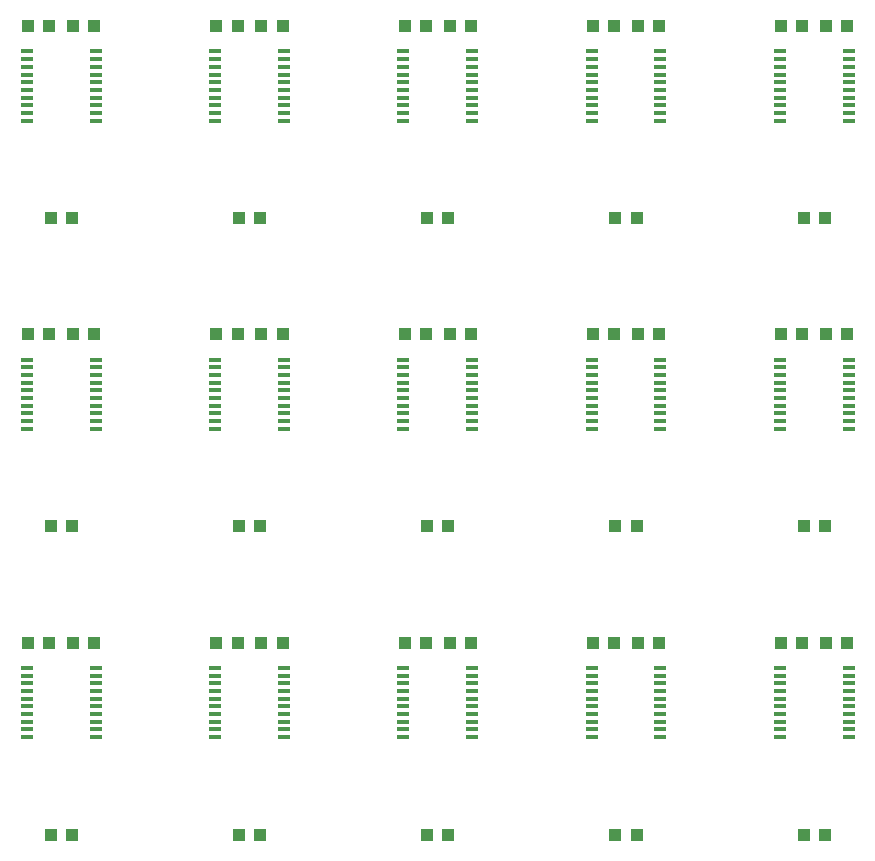
<source format=gtp>
G75*
%MOIN*%
%OFA0B0*%
%FSLAX24Y24*%
%IPPOS*%
%LPD*%
%AMOC8*
5,1,8,0,0,1.08239X$1,22.5*
%
%ADD10R,0.0390X0.0120*%
%ADD11R,0.0433X0.0394*%
D10*
X004594Y011182D03*
X004594Y011438D03*
X004594Y011694D03*
X004594Y011949D03*
X004594Y012205D03*
X004594Y012461D03*
X004594Y012717D03*
X004594Y012973D03*
X004594Y013229D03*
X004594Y013485D03*
X006892Y013485D03*
X006892Y013229D03*
X006892Y012973D03*
X006892Y012717D03*
X006892Y012461D03*
X006892Y012205D03*
X006892Y011949D03*
X006892Y011694D03*
X006892Y011438D03*
X006892Y011182D03*
X010870Y011182D03*
X010870Y011438D03*
X010870Y011694D03*
X010870Y011949D03*
X010870Y012205D03*
X010870Y012461D03*
X010870Y012717D03*
X010870Y012973D03*
X010870Y013229D03*
X010870Y013485D03*
X013167Y013485D03*
X013167Y013229D03*
X013167Y012973D03*
X013167Y012717D03*
X013167Y012461D03*
X013167Y012205D03*
X013167Y011949D03*
X013167Y011694D03*
X013167Y011438D03*
X013167Y011182D03*
X017145Y011182D03*
X017145Y011438D03*
X017145Y011694D03*
X017145Y011949D03*
X017145Y012205D03*
X017145Y012461D03*
X017145Y012717D03*
X017145Y012973D03*
X017145Y013229D03*
X017145Y013485D03*
X019443Y013485D03*
X019443Y013229D03*
X019443Y012973D03*
X019443Y012717D03*
X019443Y012461D03*
X019443Y012205D03*
X019443Y011949D03*
X019443Y011694D03*
X019443Y011438D03*
X019443Y011182D03*
X023421Y011182D03*
X023421Y011438D03*
X023421Y011694D03*
X023421Y011949D03*
X023421Y012205D03*
X023421Y012461D03*
X023421Y012717D03*
X023421Y012973D03*
X023421Y013229D03*
X023421Y013485D03*
X025718Y013485D03*
X025718Y013229D03*
X025718Y012973D03*
X025718Y012717D03*
X025718Y012461D03*
X025718Y012205D03*
X025718Y011949D03*
X025718Y011694D03*
X025718Y011438D03*
X025718Y011182D03*
X029696Y011182D03*
X029696Y011438D03*
X029696Y011694D03*
X029696Y011949D03*
X029696Y012205D03*
X029696Y012461D03*
X029696Y012717D03*
X029696Y012973D03*
X029696Y013229D03*
X029696Y013485D03*
X031994Y013485D03*
X031994Y013229D03*
X031994Y012973D03*
X031994Y012717D03*
X031994Y012461D03*
X031994Y012205D03*
X031994Y011949D03*
X031994Y011694D03*
X031994Y011438D03*
X031994Y011182D03*
X031994Y021457D03*
X031994Y021713D03*
X031994Y021969D03*
X031994Y022225D03*
X031994Y022481D03*
X031994Y022737D03*
X031994Y022993D03*
X031994Y023249D03*
X031994Y023505D03*
X031994Y023760D03*
X029696Y023760D03*
X029696Y023505D03*
X029696Y023249D03*
X029696Y022993D03*
X029696Y022737D03*
X029696Y022481D03*
X029696Y022225D03*
X029696Y021969D03*
X029696Y021713D03*
X029696Y021457D03*
X025718Y021457D03*
X025718Y021713D03*
X025718Y021969D03*
X025718Y022225D03*
X025718Y022481D03*
X025718Y022737D03*
X025718Y022993D03*
X025718Y023249D03*
X025718Y023505D03*
X025718Y023760D03*
X023421Y023760D03*
X023421Y023505D03*
X023421Y023249D03*
X023421Y022993D03*
X023421Y022737D03*
X023421Y022481D03*
X023421Y022225D03*
X023421Y021969D03*
X023421Y021713D03*
X023421Y021457D03*
X019443Y021457D03*
X019443Y021713D03*
X019443Y021969D03*
X019443Y022225D03*
X019443Y022481D03*
X019443Y022737D03*
X019443Y022993D03*
X019443Y023249D03*
X019443Y023505D03*
X019443Y023760D03*
X017145Y023760D03*
X017145Y023505D03*
X017145Y023249D03*
X017145Y022993D03*
X017145Y022737D03*
X017145Y022481D03*
X017145Y022225D03*
X017145Y021969D03*
X017145Y021713D03*
X017145Y021457D03*
X013167Y021457D03*
X013167Y021713D03*
X013167Y021969D03*
X013167Y022225D03*
X013167Y022481D03*
X013167Y022737D03*
X013167Y022993D03*
X013167Y023249D03*
X013167Y023505D03*
X013167Y023760D03*
X010870Y023760D03*
X010870Y023505D03*
X010870Y023249D03*
X010870Y022993D03*
X010870Y022737D03*
X010870Y022481D03*
X010870Y022225D03*
X010870Y021969D03*
X010870Y021713D03*
X010870Y021457D03*
X006892Y021457D03*
X006892Y021713D03*
X006892Y021969D03*
X006892Y022225D03*
X006892Y022481D03*
X006892Y022737D03*
X006892Y022993D03*
X006892Y023249D03*
X006892Y023505D03*
X006892Y023760D03*
X004594Y023760D03*
X004594Y023505D03*
X004594Y023249D03*
X004594Y022993D03*
X004594Y022737D03*
X004594Y022481D03*
X004594Y022225D03*
X004594Y021969D03*
X004594Y021713D03*
X004594Y021457D03*
X004594Y031733D03*
X004594Y031989D03*
X004594Y032245D03*
X004594Y032501D03*
X004594Y032757D03*
X004594Y033012D03*
X004594Y033268D03*
X004594Y033524D03*
X004594Y033780D03*
X004594Y034036D03*
X006892Y034036D03*
X006892Y033780D03*
X006892Y033524D03*
X006892Y033268D03*
X006892Y033012D03*
X006892Y032757D03*
X006892Y032501D03*
X006892Y032245D03*
X006892Y031989D03*
X006892Y031733D03*
X010870Y031733D03*
X010870Y031989D03*
X010870Y032245D03*
X010870Y032501D03*
X010870Y032757D03*
X010870Y033012D03*
X010870Y033268D03*
X010870Y033524D03*
X010870Y033780D03*
X010870Y034036D03*
X013167Y034036D03*
X013167Y033780D03*
X013167Y033524D03*
X013167Y033268D03*
X013167Y033012D03*
X013167Y032757D03*
X013167Y032501D03*
X013167Y032245D03*
X013167Y031989D03*
X013167Y031733D03*
X017145Y031733D03*
X017145Y031989D03*
X017145Y032245D03*
X017145Y032501D03*
X017145Y032757D03*
X017145Y033012D03*
X017145Y033268D03*
X017145Y033524D03*
X017145Y033780D03*
X017145Y034036D03*
X019443Y034036D03*
X019443Y033780D03*
X019443Y033524D03*
X019443Y033268D03*
X019443Y033012D03*
X019443Y032757D03*
X019443Y032501D03*
X019443Y032245D03*
X019443Y031989D03*
X019443Y031733D03*
X023421Y031733D03*
X023421Y031989D03*
X023421Y032245D03*
X023421Y032501D03*
X023421Y032757D03*
X023421Y033012D03*
X023421Y033268D03*
X023421Y033524D03*
X023421Y033780D03*
X023421Y034036D03*
X025718Y034036D03*
X025718Y033780D03*
X025718Y033524D03*
X025718Y033268D03*
X025718Y033012D03*
X025718Y032757D03*
X025718Y032501D03*
X025718Y032245D03*
X025718Y031989D03*
X025718Y031733D03*
X029696Y031733D03*
X029696Y031989D03*
X029696Y032245D03*
X029696Y032501D03*
X029696Y032757D03*
X029696Y033012D03*
X029696Y033268D03*
X029696Y033524D03*
X029696Y033780D03*
X029696Y034036D03*
X031994Y034036D03*
X031994Y033780D03*
X031994Y033524D03*
X031994Y033268D03*
X031994Y033012D03*
X031994Y032757D03*
X031994Y032501D03*
X031994Y032245D03*
X031994Y031989D03*
X031994Y031733D03*
D11*
X005388Y007933D03*
X006097Y007933D03*
X011664Y007933D03*
X012373Y007933D03*
X017940Y007933D03*
X018648Y007933D03*
X024215Y007933D03*
X024924Y007933D03*
X030491Y007933D03*
X031199Y007933D03*
X031241Y014333D03*
X031949Y014333D03*
X030449Y014333D03*
X029741Y014333D03*
X030491Y018209D03*
X031199Y018209D03*
X025674Y014333D03*
X024965Y014333D03*
X024174Y014333D03*
X023465Y014333D03*
X024215Y018209D03*
X024924Y018209D03*
X019398Y014333D03*
X018690Y014333D03*
X017898Y014333D03*
X017190Y014333D03*
X017940Y018209D03*
X018648Y018209D03*
X013123Y014333D03*
X012414Y014333D03*
X011623Y014333D03*
X010914Y014333D03*
X011664Y018209D03*
X012373Y018209D03*
X006847Y014333D03*
X006138Y014333D03*
X005347Y014333D03*
X004638Y014333D03*
X005388Y018209D03*
X006097Y018209D03*
X006138Y024609D03*
X006847Y024609D03*
X005347Y024609D03*
X004638Y024609D03*
X005388Y028485D03*
X006097Y028485D03*
X010914Y024609D03*
X011623Y024609D03*
X012414Y024609D03*
X013123Y024609D03*
X012373Y028485D03*
X011664Y028485D03*
X017190Y024609D03*
X017898Y024609D03*
X018690Y024609D03*
X019398Y024609D03*
X018648Y028485D03*
X017940Y028485D03*
X023465Y024609D03*
X024174Y024609D03*
X024965Y024609D03*
X025674Y024609D03*
X024924Y028485D03*
X024215Y028485D03*
X029741Y024609D03*
X030449Y024609D03*
X031241Y024609D03*
X031949Y024609D03*
X031199Y028485D03*
X030491Y028485D03*
X030449Y034885D03*
X029741Y034885D03*
X031241Y034885D03*
X031949Y034885D03*
X025674Y034885D03*
X024965Y034885D03*
X024174Y034885D03*
X023465Y034885D03*
X019398Y034885D03*
X018690Y034885D03*
X017898Y034885D03*
X017190Y034885D03*
X013123Y034885D03*
X012414Y034885D03*
X011623Y034885D03*
X010914Y034885D03*
X006847Y034885D03*
X006138Y034885D03*
X005347Y034885D03*
X004638Y034885D03*
M02*

</source>
